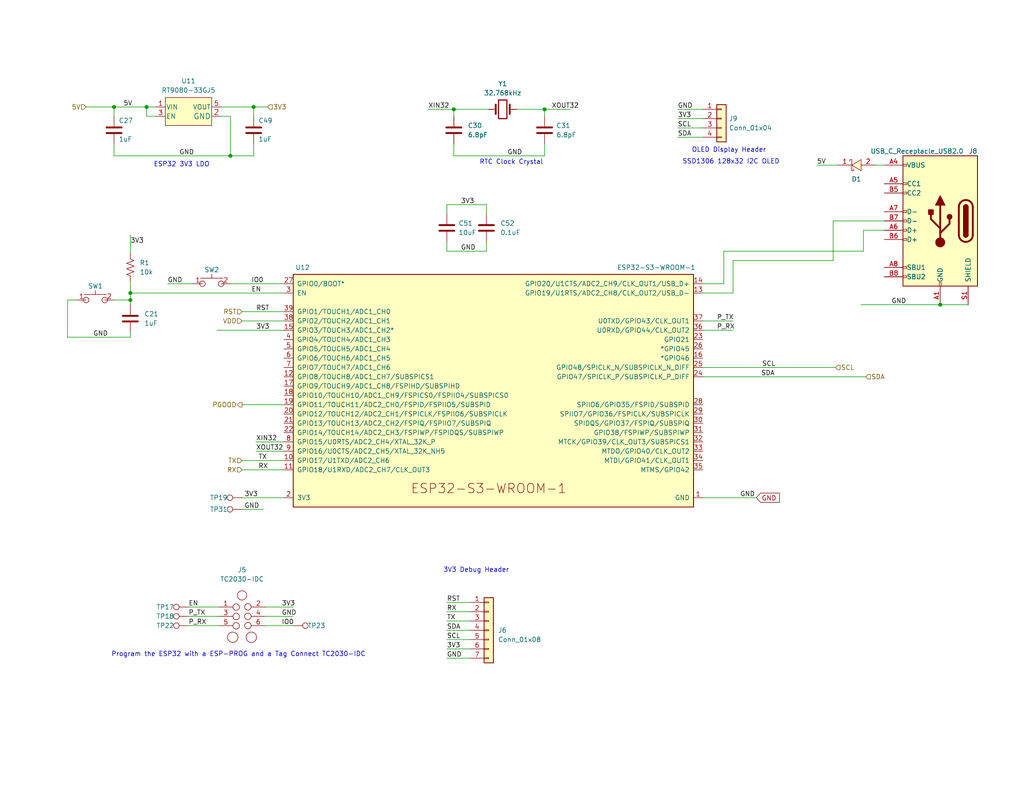
<source format=kicad_sch>
(kicad_sch (version 20230121) (generator eeschema)
  (paper "A")
  (title_block (title "le bitaxeUltra") (date "2023-07-10") (rev "0"))
  (lib_symbols
    (symbol "Connector:TestPoint" (pin_numbers hide) (pin_names (offset 0.762) hide)
      (property "Reference" "TP" (at 0 6.858 0))
      (property "Value" "TestPoint" (at 0 5.08 0))
      (symbol "TestPoint_0_1"
        (circle (center 0 3.302) (radius 0.762))
      )
      (symbol "TestPoint_1_1"
        (pin passive line (at 0 0 90) (length 2.54) (name "1") (number "1"))
      )
    )
    (symbol "Connector:USB_C_Receptacle_USB2.0" (pin_names (offset 1.016))
      (property "Reference" "J" (at -10.16 19.05 0))
      (property "Value" "USB_C_Receptacle_USB2.0" (at 19.05 19.05 0))
      (symbol "USB_C_Receptacle_USB2.0_0_0"
        (rectangle (start -0.254 -17.78) (end 0.254 -16.764))
        (rectangle (start 10.16 -14.986) (end 9.144 -15.494))
        (rectangle (start 10.16 -12.446) (end 9.144 -12.954))
        (rectangle (start 10.16 -4.826) (end 9.144 -5.334))
        (rectangle (start 10.16 -2.286) (end 9.144 -2.794))
        (rectangle (start 10.16 0.254) (end 9.144 -0.254))
        (rectangle (start 10.16 2.794) (end 9.144 2.286))
        (rectangle (start 10.16 7.874) (end 9.144 7.366))
        (rectangle (start 10.16 10.414) (end 9.144 9.906))
        (rectangle (start 10.16 15.494) (end 9.144 14.986))
      )
      (symbol "USB_C_Receptacle_USB2.0_0_1"
        (rectangle (start -10.16 17.78) (end 10.16 -17.78) (stroke (width 0.254)) (fill (type background)))
        (arc (start -8.89 -3.81) (mid -6.985 -5.7067) (end -5.08 -3.81) (stroke (width 0.508)))
        (arc (start -7.62 -3.81) (mid -6.985 -4.4423) (end -6.35 -3.81) (stroke (width 0.254)))
        (arc (start -7.62 -3.81) (mid -6.985 -4.4423) (end -6.35 -3.81) (stroke (width 0.254)) (fill (type outline)))
        (rectangle (start -7.62 -3.81) (end -6.35 3.81) (stroke (width 0.254)) (fill (type outline)))
        (arc (start -6.35 3.81) (mid -6.985 4.4423) (end -7.62 3.81) (stroke (width 0.254)))
        (arc (start -6.35 3.81) (mid -6.985 4.4423) (end -7.62 3.81) (stroke (width 0.254)) (fill (type outline)))
        (arc (start -5.08 3.81) (mid -6.985 5.7067) (end -8.89 3.81) (stroke (width 0.508)))
        (circle (center -2.54 1.143) (radius 0.635) (stroke (width 0.254)) (fill (type outline)))
        (circle (center 0 -5.842) (radius 1.27) (fill (type outline)))
        (polyline (pts (xy -8.89 -3.81) (xy -8.89 3.81)) (stroke (width 0.508)))
        (polyline (pts (xy -5.08 3.81) (xy -5.08 -3.81)) (stroke (width 0.508)))
        (polyline (pts (xy 0 -5.842) (xy 0 4.318)) (stroke (width 0.508)))
        (polyline (pts (xy 0 -3.302) (xy -2.54 -0.762) (xy -2.54 0.508)) (stroke (width 0.508)))
        (polyline (pts (xy 0 -2.032) (xy 2.54 0.508) (xy 2.54 1.778)) (stroke (width 0.508)))
        (polyline (pts (xy -1.27 4.318) (xy 0 6.858) (xy 1.27 4.318) (xy -1.27 4.318)) (stroke (width 0.254)) (fill (type outline)))
        (rectangle (start 1.905 1.778) (end 3.175 3.048) (stroke (width 0.254)) (fill (type outline)))
      )
      (symbol "USB_C_Receptacle_USB2.0_1_1"
        (pin passive line (at 0 -22.86 90) (length 5.08) (name "GND") (number "A1"))
        (pin passive line (at 0 -22.86 90) (length 5.08) hide (name "GND") (number "A12"))
        (pin passive line (at 15.24 15.24 180) (length 5.08) (name "VBUS") (number "A4"))
        (pin bidirectional line (at 15.24 10.16 180) (length 5.08) (name "CC1") (number "A5"))
        (pin bidirectional line (at 15.24 -2.54 180) (length 5.08) (name "D+") (number "A6"))
        (pin bidirectional line (at 15.24 2.54 180) (length 5.08) (name "D-") (number "A7"))
        (pin bidirectional line (at 15.24 -12.7 180) (length 5.08) (name "SBU1") (number "A8"))
        (pin passive line (at 15.24 15.24 180) (length 5.08) hide (name "VBUS") (number "A9"))
        (pin passive line (at 0 -22.86 90) (length 5.08) hide (name "GND") (number "B1"))
        (pin passive line (at 0 -22.86 90) (length 5.08) hide (name "GND") (number "B12"))
        (pin passive line (at 15.24 15.24 180) (length 5.08) hide (name "VBUS") (number "B4"))
        (pin bidirectional line (at 15.24 7.62 180) (length 5.08) (name "CC2") (number "B5"))
        (pin bidirectional line (at 15.24 -5.08 180) (length 5.08) (name "D+") (number "B6"))
        (pin bidirectional line (at 15.24 0 180) (length 5.08) (name "D-") (number "B7"))
        (pin bidirectional line (at 15.24 -15.24 180) (length 5.08) (name "SBU2") (number "B8"))
        (pin passive line (at 15.24 15.24 180) (length 5.08) hide (name "VBUS") (number "B9"))
        (pin passive line (at -7.62 -22.86 90) (length 5.08) (name "SHIELD") (number "S1"))
      )
    )
    (symbol "Connector_Generic:Conn_01x04" (pin_names (offset 1.016) hide)
      (property "Reference" "J" (at 0 5.08 0))
      (property "Value" "Conn_01x04" (at 0 -7.62 0))
      (symbol "Conn_01x04_1_1"
        (rectangle (start -1.27 -4.953) (end 0 -5.207) (stroke (width 0.1524)))
        (rectangle (start -1.27 -2.413) (end 0 -2.667) (stroke (width 0.1524)))
        (rectangle (start -1.27 0.127) (end 0 -0.127) (stroke (width 0.1524)))
        (rectangle (start -1.27 2.667) (end 0 2.413) (stroke (width 0.1524)))
        (rectangle (start -1.27 3.81) (end 1.27 -6.35) (stroke (width 0.254)) (fill (type background)))
        (pin passive line (at -5.08 2.54 0) (length 3.81) (name "Pin_1") (number "1"))
        (pin passive line (at -5.08 0 0) (length 3.81) (name "Pin_2") (number "2"))
        (pin passive line (at -5.08 -2.54 0) (length 3.81) (name "Pin_3") (number "3"))
        (pin passive line (at -5.08 -5.08 0) (length 3.81) (name "Pin_4") (number "4"))
      )
    )
    (symbol "Connector_Generic:Conn_01x07" (pin_names (offset 1.016) hide)
      (property "Reference" "J" (at 0 10.16 0))
      (property "Value" "Conn_01x07" (at 0 -10.16 0))
      (symbol "Conn_01x07_1_1"
        (rectangle (start -1.27 -7.493) (end 0 -7.747) (stroke (width 0.1524)))
        (rectangle (start -1.27 -4.953) (end 0 -5.207) (stroke (width 0.1524)))
        (rectangle (start -1.27 -2.413) (end 0 -2.667) (stroke (width 0.1524)))
        (rectangle (start -1.27 0.127) (end 0 -0.127) (stroke (width 0.1524)))
        (rectangle (start -1.27 2.667) (end 0 2.413) (stroke (width 0.1524)))
        (rectangle (start -1.27 5.207) (end 0 4.953) (stroke (width 0.1524)))
        (rectangle (start -1.27 7.747) (end 0 7.493) (stroke (width 0.1524)))
        (rectangle (start -1.27 8.89) (end 1.27 -8.89) (stroke (width 0.254)) (fill (type background)))
        (pin passive line (at -5.08 7.62 0) (length 3.81) (name "Pin_1") (number "1"))
        (pin passive line (at -5.08 5.08 0) (length 3.81) (name "Pin_2") (number "2"))
        (pin passive line (at -5.08 2.54 0) (length 3.81) (name "Pin_3") (number "3"))
        (pin passive line (at -5.08 0 0) (length 3.81) (name "Pin_4") (number "4"))
        (pin passive line (at -5.08 -2.54 0) (length 3.81) (name "Pin_5") (number "5"))
        (pin passive line (at -5.08 -5.08 0) (length 3.81) (name "Pin_6") (number "6"))
        (pin passive line (at -5.08 -7.62 0) (length 3.81) (name "Pin_7") (number "7"))
      )
    )
    (symbol "Device:C" (pin_numbers hide) (pin_names (offset 0.254))
      (property "Reference" "C" (at 0.635 2.54 0))
      (property "Value" "C" (at 0.635 -2.54 0))
      (symbol "C_0_1"
        (polyline (pts (xy -2.032 -0.762) (xy 2.032 -0.762)) (stroke (width 0.508)))
        (polyline (pts (xy -2.032 0.762) (xy 2.032 0.762)) (stroke (width 0.508)))
      )
      (symbol "C_1_1"
        (pin passive line (at 0 3.81 270) (length 2.794) (name "~") (number "1"))
        (pin passive line (at 0 -3.81 90) (length 2.794) (name "~") (number "2"))
      )
    )
    (symbol "Device:Crystal" (pin_numbers hide) (pin_names (offset 1.016) hide)
      (property "Reference" "Y" (at 0 3.81 0))
      (property "Value" "Crystal" (at 0 -3.81 0))
      (symbol "Crystal_0_1"
        (rectangle (start -1.143 2.54) (end 1.143 -2.54) (stroke (width 0.3048)))
        (polyline (pts (xy -2.54 0) (xy -1.905 0)))
        (polyline (pts (xy -1.905 -1.27) (xy -1.905 1.27)) (stroke (width 0.508)))
        (polyline (pts (xy 1.905 -1.27) (xy 1.905 1.27)) (stroke (width 0.508)))
        (polyline (pts (xy 2.54 0) (xy 1.905 0)))
      )
      (symbol "Crystal_1_1"
        (pin passive line (at -3.81 0 0) (length 1.27) (name "1") (number "1"))
        (pin passive line (at 3.81 0 180) (length 1.27) (name "2") (number "2"))
      )
    )
    (symbol "Device:R_US" (pin_numbers hide) (pin_names (offset 0))
      (property "Reference" "R" (at 2.54 0 90))
      (property "Value" "R_US" (at -2.54 0 90))
      (symbol "R_US_0_1"
        (polyline (pts (xy 0 -2.286) (xy 0 -2.54)))
        (polyline (pts (xy 0 2.286) (xy 0 2.54)))
        (polyline (pts (xy 0 -0.762) (xy 1.016 -1.143) (xy 0 -1.524) (xy -1.016 -1.905) (xy 0 -2.286)))
        (polyline (pts (xy 0 0.762) (xy 1.016 0.381) (xy 0 0) (xy -1.016 -0.381) (xy 0 -0.762)))
        (polyline (pts (xy 0 2.286) (xy 1.016 1.905) (xy 0 1.524) (xy -1.016 1.143) (xy 0 0.762)))
      )
      (symbol "R_US_1_1"
        (pin passive line (at 0 3.81 270) (length 1.27) (name "~") (number "1"))
        (pin passive line (at 0 -3.81 90) (length 1.27) (name "~") (number "2"))
      )
    )
    (symbol "Espressif:ESP32-S3-WROOM-1" (pin_names (offset 1.016))
      (property "Reference" "U" (at -53.34 38.1 0))
      (property "Value" "ESP32-S3-WROOM-1" (at -53.34 35.56 0))
      (symbol "ESP32-S3-WROOM-1_0_0"
        (rectangle (start -53.34 33.02) (end 55.88 -30.48) (stroke (width 0.254)) (fill (type background)))
        (text "ESP32-S3-WROOM-1" (at 0 -25.4 0) (effects (font (size 2.54 2.54))))
        (pin power_in line (at 58.42 -27.94 180) (length 2.54) (name "GND") (number "1"))
        (pin bidirectional line (at -55.88 -17.78 0) (length 2.54) (name "GPIO17/U1TXD/ADC2_CH6") (number "10"))
        (pin bidirectional line (at -55.88 -20.32 0) (length 2.54) (name "GPIO18/U1RXD/ADC2_CH7/CLK_OUT3") (number "11"))
        (pin bidirectional line (at -55.88 5.08 0) (length 2.54) (name "GPIO8/TOUCH8/ADC1_CH7/SUBSPICS1") (number "12"))
        (pin bidirectional line (at 58.42 27.94 180) (length 2.54) (name "GPIO19/U1RTS/ADC2_CH8/CLK_OUT2/USB_D-") (number "13"))
        (pin bidirectional line (at 58.42 30.48 180) (length 2.54) (name "GPIO20/U1CTS/ADC2_CH9/CLK_OUT1/USB_D+") (number "14"))
        (pin bidirectional line (at -55.88 17.78 0) (length 2.54) (name "GPIO3/TOUCH3/ADC1_CH2*") (number "15"))
        (pin bidirectional line (at 58.42 10.16 180) (length 2.54) (name "*GPIO46") (number "16"))
        (pin bidirectional line (at -55.88 2.54 0) (length 2.54) (name "GPIO9/TOUCH9/ADC1_CH8/FSPIHD/SUBSPIHD") (number "17"))
        (pin bidirectional line (at -55.88 0 0) (length 2.54) (name "GPIO10/TOUCH10/ADC1_CH9/FSPICS0/FSPIIO4/SUBSPICS0") (number "18"))
        (pin bidirectional line (at -55.88 -2.54 0) (length 2.54) (name "GPIO11/TOUCH11/ADC2_CH0/FSPID/FSPIIO5/SUBSPID") (number "19"))
        (pin power_in line (at -55.88 -27.94 0) (length 2.54) (name "3V3") (number "2"))
        (pin bidirectional line (at -55.88 -5.08 0) (length 2.54) (name "GPIO12/TOUCH12/ADC2_CH1/FSPICLK/FSPIIO6/SUBSPICLK") (number "20"))
        (pin bidirectional line (at -55.88 -7.62 0) (length 2.54) (name "GPIO13/TOUCH13/ADC2_CH2/FSPIQ/FSPIIO7/SUBSPIQ") (number "21"))
        (pin bidirectional line (at -55.88 -10.16 0) (length 2.54) (name "GPIO14/TOUCH14/ADC2_CH3/FSPIWP/FSPIDQS/SUBSPIWP") (number "22"))
        (pin bidirectional line (at 58.42 15.24 180) (length 2.54) (name "GPIO21") (number "23"))
        (pin bidirectional line (at 58.42 5.08 180) (length 2.54) (name "GPIO47/SPICLK_P/SUBSPICLK_P_DIFF") (number "24"))
        (pin bidirectional line (at 58.42 7.62 180) (length 2.54) (name "GPIO48/SPICLK_N/SUBSPICLK_N_DIFF") (number "25"))
        (pin bidirectional line (at 58.42 12.7 180) (length 2.54) (name "*GPIO45") (number "26"))
        (pin bidirectional line (at -55.88 30.48 0) (length 2.54) (name "GPIO0/BOOT*") (number "27"))
        (pin bidirectional line (at 58.42 -2.54 180) (length 2.54) (name "SPIIO6/GPIO35/FSPID/SUBSPID") (number "28"))
        (pin bidirectional line (at 58.42 -5.08 180) (length 2.54) (name "SPIIO7/GPIO36/FSPICLK/SUBSPICLK") (number "29"))
        (pin input line (at -55.88 27.94 0) (length 2.54) (name "EN") (number "3"))
        (pin bidirectional line (at 58.42 -7.62 180) (length 2.54) (name "SPIDQS/GPIO37/FSPIQ/SUBSPIQ") (number "30"))
        (pin bidirectional line (at 58.42 -10.16 180) (length 2.54) (name "GPIO38/FSPIWP/SUBSPIWP") (number "31"))
        (pin bidirectional line (at 58.42 -12.7 180) (length 2.54) (name "MTCK/GPIO39/CLK_OUT3/SUBSPICS1") (number "32"))
        (pin bidirectional line (at 58.42 -15.24 180) (length 2.54) (name "MTDO/GPIO40/CLK_OUT2") (number "33"))
        (pin bidirectional line (at 58.42 -17.78 180) (length 2.54) (name "MTDI/GPIO41/CLK_OUT1") (number "34"))
        (pin bidirectional line (at 58.42 -20.32 180) (length 2.54) (name "MTMS/GPIO42") (number "35"))
        (pin bidirectional line (at 58.42 17.78 180) (length 2.54) (name "U0RXD/GPIO44/CLK_OUT2") (number "36"))
        (pin bidirectional line (at 58.42 20.32 180) (length 2.54) (name "U0TXD/GPIO43/CLK_OUT1") (number "37"))
        (pin bidirectional line (at -55.88 20.32 0) (length 2.54) (name "GPIO2/TOUCH2/ADC1_CH1") (number "38"))
        (pin bidirectional line (at -55.88 22.86 0) (length 2.54) (name "GPIO1/TOUCH1/ADC1_CH0") (number "39"))
        (pin bidirectional line (at -55.88 15.24 0) (length 2.54) (name "GPIO4/TOUCH4/ADC1_CH3") (number "4"))
        (pin passive line (at 58.42 -27.94 180) (length 2.54) hide (name "GND") (number "40"))
        (pin passive line (at 58.42 -27.94 180) (length 2.54) hide (name "GND") (number "41"))
        (pin bidirectional line (at -55.88 12.7 0) (length 2.54) (name "GPIO5/TOUCH5/ADC1_CH4") (number "5"))
        (pin bidirectional line (at -55.88 10.16 0) (length 2.54) (name "GPIO6/TOUCH6/ADC1_CH5") (number "6"))
        (pin bidirectional line (at -55.88 7.62 0) (length 2.54) (name "GPIO7/TOUCH7/ADC1_CH6") (number "7"))
        (pin bidirectional line (at -55.88 -12.7 0) (length 2.54) (name "GPIO15/U0RTS/ADC2_CH4/XTAL_32K_P") (number "8"))
        (pin bidirectional line (at -55.88 -15.24 0) (length 2.54) (name "GPIO16/U0CTS/ADC2_CH5/XTAL_32K_NH5") (number "9"))
      )
    )
    (symbol "Espressif:TC2030-IDC-NL" (pin_names (offset 1.016) hide)
      (property "Reference" "J" (at 0 -8.89 0))
      (property "Value" "TC2030-IDC-NL" (at 0.635 -11.43 0))
      (symbol "TC2030-IDC-NL_0_1"
        (circle (center -2.54 -5.715) (radius 1.4224))
        (circle (center -1.6002 2.54) (radius 0.889))
        (circle (center 0 5.715) (radius 1.27))
      )
      (symbol "TC2030-IDC-NL_1_1"
        (circle (center -1.6002 -2.5908) (radius 0.889))
        (circle (center -1.6002 -0.0508) (radius 0.889))
        (circle (center 1.6002 -2.54) (radius 0.889))
        (circle (center 1.6002 0) (radius 0.889))
        (circle (center 1.6002 2.5908) (radius 0.889))
        (circle (center 2.54 -5.715) (radius 1.4224))
        (pin passive line (at -6.35 2.54 0) (length 3.81) (name "Pin_1") (number "1"))
        (pin passive line (at 6.35 2.54 180) (length 3.81) (name "Pin_2") (number "2"))
        (pin passive line (at -6.35 0 0) (length 3.81) (name "Pin_3") (number "3"))
        (pin passive line (at 6.35 0 180) (length 3.81) (name "Pin_4") (number "4"))
        (pin passive line (at -6.35 -2.54 0) (length 3.81) (name "Pin_5") (number "5"))
        (pin passive line (at 6.35 -2.54 180) (length 3.81) (name "Pin_6") (number "6"))
      )
    )
    (symbol "bitaxe:RT9080-33GJ5" (pin_names (offset 0.254))
      (property "Reference" "U" (at -6.35 5.08 0))
      (property "Value" "RT9080-33GJ5" (at 0 -5.08 0))
      (symbol "RT9080-33GJ5_1_1"
        (rectangle (start -6.35 3.81) (end 6.35 -3.81) (stroke (width 0.1524)) (fill (type background)))
        (pin power_in line (at -8.89 1.27 0) (length 2.54) (name "VIN") (number "1"))
        (pin power_in line (at 8.89 -1.27 180) (length 2.54) (name "GND") (number "2"))
        (pin input line (at -8.89 -1.27 0) (length 2.54) (name "EN") (number "3"))
        (pin output line (at 8.89 1.27 180) (length 2.54) (name "VOUT") (number "5"))
      )
    )
    (symbol "lcsc:GT-TC029B-H025-L1N"
      (property "Reference" "SW" (at 0 5.08 0))
      (property "Value" "GT-TC029B-H025-L1N" (at 0 -5.08 0))
      (symbol "GT-TC029B-H025-L1N_0_1"
        (circle (center -2.54 0) (radius 0.76))
        (polyline (pts (xy -3.05 1.52) (xy 3.05 1.52)))
        (polyline (pts (xy 0 1.52) (xy 0 2.54)))
        (circle (center 2.54 0) (radius 0.76))
        (pin unspecified line (at -5.08 0 0) (length 2.54) (name "~") (number "1"))
        (pin unspecified line (at 5.08 0 180) (length 2.54) (name "~") (number "2"))
      )
    )
    (symbol "lcsc:SS310_C85658"
      (property "Reference" "D" (at 0 5.08 0))
      (property "Value" "SS310_C85658" (at 0 -5.08 0))
      (symbol "SS310_C85658_0_1"
        (polyline (pts (xy -1.27 -1.52) (xy -1.27 1.52)))
        (polyline (pts (xy -1.27 -1.52) (xy -0.76 -1.52) (xy -0.76 -1.02)))
        (polyline (pts (xy -1.27 1.52) (xy -1.78 1.52) (xy -1.78 1.02)))
        (polyline (pts (xy 1.27 1.52) (xy -1.27 0) (xy 1.27 -1.52) (xy 1.27 1.52)) (fill (type background)))
        (pin unspecified line (at -5.08 0 0) (length 3.81) (name "~") (number "1"))
        (pin unspecified line (at 5.08 0 180) (length 3.81) (name "~") (number "2"))
      )
    )
  )
  (junction (at 123.825 29.845))
  (junction (at 256.54 83.185))
  (junction (at 62.865 42.545))
  (junction (at 40.005 29.21))
  (junction (at 148.59 29.845))
  (junction (at 35.56 80.01))
  (junction (at 35.56 81.915))
  (junction (at 69.215 29.21))
  (junction (at 31.115 29.21))
  (wire (pts (xy 121.92 172.085) (xy 128.27 172.085)))
  (wire (pts (xy 121.92 177.165) (xy 128.27 177.165)))
  (wire (pts (xy 121.92 55.88) (xy 121.92 58.42)))
  (wire (pts (xy 31.115 29.21) (xy 31.115 31.75)))
  (wire (pts (xy 234.95 83.185) (xy 256.54 83.185)))
  (wire (pts (xy 35.56 80.01) (xy 35.56 81.915)))
  (wire (pts (xy 197.485 77.47) (xy 197.485 68.58)))
  (wire (pts (xy 60.325 31.75) (xy 62.865 31.75)))
  (wire (pts (xy 140.97 29.845) (xy 148.59 29.845)))
  (wire (pts (xy 72.39 168.275) (xy 80.01 168.275)))
  (wire (pts (xy 69.215 39.37) (xy 69.215 42.545)))
  (wire (pts (xy 66.04 110.49) (xy 77.47 110.49)))
  (wire (pts (xy 132.715 68.58) (xy 121.92 68.58)))
  (wire (pts (xy 256.54 83.185) (xy 264.16 83.185)))
  (wire (pts (xy 62.865 31.75) (xy 62.865 42.545)))
  (wire (pts (xy 123.825 42.545) (xy 123.825 39.37)))
  (wire (pts (xy 35.56 76.835) (xy 35.56 80.01)))
  (wire (pts (xy 72.39 165.735) (xy 80.01 165.735)))
  (wire (pts (xy 69.215 29.21) (xy 69.215 31.75)))
  (wire (pts (xy 77.47 125.73) (xy 66.04 125.73)))
  (wire (pts (xy 132.715 66.04) (xy 132.715 68.58)))
  (wire (pts (xy 40.005 29.21) (xy 42.545 29.21)))
  (wire (pts (xy 18.415 81.915) (xy 18.415 92.075)))
  (wire (pts (xy 148.59 29.845) (xy 155.575 29.845)))
  (wire (pts (xy 69.85 120.65) (xy 77.47 120.65)))
  (wire (pts (xy 77.47 85.09) (xy 66.04 85.09)))
  (wire (pts (xy 45.72 77.47) (xy 52.705 77.47)))
  (wire (pts (xy 116.84 29.845) (xy 123.825 29.845)))
  (wire (pts (xy 31.115 81.915) (xy 35.56 81.915)))
  (wire (pts (xy 123.825 42.545) (xy 148.59 42.545)))
  (wire (pts (xy 123.825 29.845) (xy 123.825 31.75)))
  (wire (pts (xy 23.495 29.21) (xy 31.115 29.21)))
  (wire (pts (xy 18.415 92.075) (xy 35.56 92.075)))
  (wire (pts (xy 72.39 170.815) (xy 80.01 170.815)))
  (wire (pts (xy 121.92 174.625) (xy 128.27 174.625)))
  (wire (pts (xy 69.85 123.19) (xy 77.47 123.19)))
  (wire (pts (xy 184.912 29.845) (xy 191.77 29.845)))
  (wire (pts (xy 35.56 81.915) (xy 35.56 83.185)))
  (wire (pts (xy 191.77 90.17) (xy 200.025 90.17)))
  (wire (pts (xy 35.56 80.01) (xy 77.47 80.01)))
  (wire (pts (xy 77.47 128.27) (xy 66.04 128.27)))
  (wire (pts (xy 123.825 29.845) (xy 133.35 29.845)))
  (wire (pts (xy 51.435 170.815) (xy 59.69 170.815)))
  (wire (pts (xy 191.77 102.87) (xy 236.22 102.87)))
  (wire (pts (xy 66.04 139.065) (xy 71.755 139.065)))
  (wire (pts (xy 69.215 29.21) (xy 73.025 29.21)))
  (wire (pts (xy 31.115 29.21) (xy 40.005 29.21)))
  (wire (pts (xy 121.92 167.005) (xy 128.27 167.005)))
  (wire (pts (xy 121.92 169.545) (xy 128.27 169.545)))
  (wire (pts (xy 184.912 34.925) (xy 191.77 34.925)))
  (wire (pts (xy 191.77 135.89) (xy 206.375 135.89)))
  (wire (pts (xy 51.435 168.275) (xy 59.69 168.275)))
  (wire (pts (xy 31.115 42.545) (xy 31.115 39.37)))
  (wire (pts (xy 66.04 87.63) (xy 77.47 87.63)))
  (wire (pts (xy 35.56 90.805) (xy 35.56 92.075)))
  (wire (pts (xy 121.92 68.58) (xy 121.92 66.04)))
  (wire (pts (xy 59.182 90.17) (xy 77.47 90.17)))
  (wire (pts (xy 62.865 77.47) (xy 77.47 77.47)))
  (wire (pts (xy 42.545 31.75) (xy 40.005 31.75)))
  (wire (pts (xy 148.59 29.845) (xy 148.59 31.75)))
  (wire (pts (xy 51.435 165.735) (xy 59.69 165.735)))
  (wire (pts (xy 191.77 77.47) (xy 197.485 77.47)))
  (wire (pts (xy 191.77 100.33) (xy 227.965 100.33)))
  (wire (pts (xy 200.025 80.01) (xy 200.025 71.12)))
  (wire (pts (xy 227.33 60.325) (xy 241.3 60.325)))
  (wire (pts (xy 20.955 81.915) (xy 18.415 81.915)))
  (wire (pts (xy 235.585 68.58) (xy 235.585 62.865)))
  (wire (pts (xy 191.77 87.63) (xy 200.025 87.63)))
  (wire (pts (xy 40.005 31.75) (xy 40.005 29.21)))
  (wire (pts (xy 200.025 71.12) (xy 227.33 71.12)))
  (wire (pts (xy 121.92 179.705) (xy 128.27 179.705)))
  (wire (pts (xy 148.59 39.37) (xy 148.59 42.545)))
  (wire (pts (xy 132.715 55.88) (xy 121.92 55.88)))
  (wire (pts (xy 238.76 45.085) (xy 241.3 45.085)))
  (wire (pts (xy 197.485 68.58) (xy 235.585 68.58)))
  (wire (pts (xy 121.92 164.465) (xy 128.27 164.465)))
  (wire (pts (xy 235.585 62.865) (xy 241.3 62.865)))
  (wire (pts (xy 191.77 80.01) (xy 200.025 80.01)))
  (wire (pts (xy 66.04 135.89) (xy 77.47 135.89)))
  (wire (pts (xy 184.912 37.465) (xy 191.77 37.465)))
  (wire (pts (xy 132.715 58.42) (xy 132.715 55.88)))
  (wire (pts (xy 184.912 32.385) (xy 191.77 32.385)))
  (wire (pts (xy 69.215 42.545) (xy 62.865 42.545)))
  (wire (pts (xy 35.56 64.135) (xy 35.56 69.215)))
  (wire (pts (xy 60.325 29.21) (xy 69.215 29.21)))
  (wire (pts (xy 227.33 71.12) (xy 227.33 60.325)))
  (wire (pts (xy 222.885 45.085) (xy 228.6 45.085)))
  (wire (pts (xy 62.865 42.545) (xy 31.115 42.545)))
  (text "RTC Clock Crystal" (at 130.81 45.085 0) (effects (font (size 1.27 1.27)) (justify left bottom)))
  (text "ESP32 3V3 LDO" (at 41.91 45.72 0) (effects (font (size 1.27 1.27)) (justify left bottom)))
  (text "Program the ESP32 with a ESP-PROG and a Tag Connect TC2030-IDC" (at 30.353 179.451 0) (effects (font (size 1.27 1.27)) (justify left bottom)))
  (text "3V3 Debug Header" (at 120.904 156.464 0) (effects (font (size 1.27 1.27)) (justify left bottom)))
  (text "SSD1306 128x32 I2C OLED" (at 186.182 44.958 0) (effects (font (size 1.27 1.27)) (justify left bottom)))
  (text "OLED Display Header" (at 188.722 41.783 0) (effects (font (size 1.27 1.27)) (justify left bottom)))
  (label "P_RX" (at 51.435 170.815 0))
  (label "RX" (at 121.92 167.005 0))
  (label "RST" (at 121.92 164.465 0))
  (label "RST" (at 69.85 85.09 0))
  (label "SDA" (at 121.92 172.085 0))
  (label "5V" (at 222.885 45.085 0))
  (label "P_TX" (at 51.435 168.275 0))
  (label "EN" (at 51.435 165.735 0))
  (label "GND" (at 184.912 29.845 0))
  (label "GND" (at 243.205 83.185 0))
  (label "XOUT32" (at 150.495 29.845 0))
  (label "EN" (at 68.58 80.01 0))
  (label "P_RX" (at 195.58 90.17 0))
  (label "IO0" (at 68.58 77.47 0))
  (label "GND" (at 125.73 68.58 0))
  (label "3V3" (at 66.675 135.89 0))
  (label "SDA" (at 207.645 102.87 0))
  (label "GND" (at 66.675 139.065 0))
  (label "XIN32" (at 69.85 120.65 0))
  (label "TX" (at 70.485 125.73 0))
  (label "GND" (at 138.43 42.545 0))
  (label "3V3" (at 76.835 165.735 0))
  (label "3V3" (at 69.85 90.17 0))
  (label "IO0" (at 76.835 170.815 0))
  (label "SCL" (at 121.92 174.625 0))
  (label "SCL" (at 207.899 100.33 0))
  (label "XOUT32" (at 69.85 123.19 0))
  (label "SCL" (at 184.912 34.925 0))
  (label "XIN32" (at 116.84 29.845 0))
  (label "GND" (at 201.93 135.89 0))
  (label "GND" (at 45.72 77.47 0))
  (label "SDA" (at 184.912 37.465 0))
  (label "TX" (at 121.92 169.545 0))
  (label "3V3" (at 125.73 55.88 0))
  (label "3V3" (at 121.92 177.165 0))
  (label "P_TX" (at 195.58 87.63 0))
  (label "GND" (at 121.92 179.705 0))
  (label "3V3" (at 184.912 32.385 0))
  (label "GND" (at 25.4 92.075 0))
  (label "5V" (at 33.655 29.21 0))
  (label "GND" (at 76.835 168.275 0))
  (label "GND" (at 48.895 42.545 0))
  (label "3V3" (at 35.56 66.675 0))
  (label "RX" (at 70.485 128.27 0))
  (global_label "GND" (shape input) (at 206.375 135.89 0) (property "Intersheetrefs" "${INTERSHEET_REFS}" (effects hide)))
  (hierarchical_label "TX" (shape input) (at 66.04 125.73 180))
  (hierarchical_label "RX" (shape input) (at 66.04 128.27 180))
  (hierarchical_label "3V3" (shape input) (at 73.025 29.21 0))
  (hierarchical_label "SCL" (shape input) (at 227.965 100.33 0))
  (hierarchical_label "RST" (shape input) (at 66.04 85.09 180))
  (hierarchical_label "SDA" (shape input) (at 236.22 102.87 0))
  (hierarchical_label "PGOOD" (shape output) (at 66.04 110.49 180))
  (hierarchical_label "5V" (shape input) (at 23.495 29.21 180))
  (hierarchical_label "VDD" (shape input) (at 66.04 87.63 180))
  (symbol (lib_id "Device:C") (at 35.56 86.995 0) (unit 1)
    (property "Reference" "C21" (at 39.37 85.7249 0) (effects (justify left)))
    (property "Value" "1uF" (at 39.37 88.2649 0) (effects (justify left)))
    (property "Footprint" "Capacitor_SMD:C_0402_1005Metric" (effects hide))
    (property "DK" "587-5514-1-ND" (effects hide))
    (property "PARTNO" "EMK105BJ105MV-F" (effects hide))
  )
  (symbol (lib_id "Device:C") (at 123.825 35.56 0) (unit 1)
    (property "Reference" "C30" (at 127.635 34.2899 0) (effects (justify left)))
    (property "Value" "6.8pF" (at 127.635 36.8299 0) (effects (justify left)))
    (property "Footprint" "Capacitor_SMD:C_0402_1005Metric" (effects hide))
    (property "DK" "399-C0402C689C5GAC7867CT-ND" (effects hide))
    (property "PARTNO" "C0402C689C5GAC7867" (effects hide))
  )
  (symbol (lib_id "Device:C") (at 132.715 62.23 0) (unit 1)
    (property "Reference" "C52" (at 136.525 60.9599 0) (effects (justify left)))
    (property "Value" "0.1uF" (at 136.525 63.4999 0) (effects (justify left)))
    (property "Footprint" "Capacitor_SMD:C_0402_1005Metric" (effects hide))
    (property "DK" "1292-1639-1-ND" (effects hide))
    (property "PARTNO" "0402X104K100CT" (effects hide))
  )
  (symbol (lib_id "Connector_Generic:Conn_01x04") (at 196.85 32.385 0) (unit 1) (in_bom no)
    (property "Reference" "J9" (at 198.882 32.3849 0) (effects (justify left)))
    (property "Value" "Conn_01x04" (at 198.882 34.9249 0) (effects (justify left)))
    (property "Footprint" "Connector_PinHeader_2.54mm:PinHeader_1x04_P2.54mm_Vertical" (effects hide))
  )
  (symbol (lib_id "lcsc:GT-TC029B-H025-L1N") (at 57.785 77.47 0) (unit 1)
    (property "Reference" "SW2" (at 57.785 73.66 0))
    (property "Value" "GT-TC029B-H025-L1N" (effects hide))
    (property "Footprint" "bitaxe:SW_CS1213AGF260_CRS" (effects hide))
    (property "Datasheet" "https://www.citrelay.com/Catalog%20Pages/SwitchCatalog/CS1213.pdf" (effects hide))
    (property "DK" "2449-CS1213AGF260CT-ND" (effects hide))
    (property "PARTNO" "CS1213AGF260" (effects hide))
  )
  (symbol (lib_id "Device:C") (at 148.59 35.56 0) (unit 1)
    (property "Reference" "C31" (at 151.765 34.2899 0) (effects (justify left)))
    (property "Value" "6.8pF" (at 151.765 36.8299 0) (effects (justify left)))
    (property "Footprint" "Capacitor_SMD:C_0402_1005Metric" (effects hide))
    (property "DK" "399-C0402C689C5GAC7867CT-ND" (effects hide))
    (property "PARTNO" "C0402C689C5GAC7867" (effects hide))
  )
  (symbol (lib_id "bitaxe:RT9080-33GJ5") (at 51.435 30.48 0) (unit 1)
    (property "Reference" "U11" (at 51.435 22.098 0))
    (property "Value" "RT9080-33GJ5" (at 51.435 24.638 0))
    (property "Footprint" "bitaxe:RT9080-33GJ5" (effects hide))
    (property "Datasheet" "https://www.richtek.com/assets/product_file/RT9080/DS9080-05.pdf" (effects hide))
    (property "DK" "1028-1509-1-ND" (effects hide))
    (property "PARTNO" "RT9080-33GJ5" (effects hide))
  )
  (symbol (lib_id "Connector:TestPoint") (at 66.04 139.065 90) (mirror x) (unit 1) (in_bom no)
    (property "Reference" "TP31" (at 59.69 139.065 90))
    (property "Value" "TestPoint" (effects hide))
    (property "Footprint" "TestPoint:TestPoint_Pad_D1.5mm" (effects hide))
  )
  (symbol (lib_id "Connector:TestPoint") (at 51.435 168.275 90) (mirror x) (unit 1) (in_bom no)
    (property "Reference" "TP18" (at 45.085 168.275 90))
    (property "Value" "TestPoint" (effects hide))
    (property "Footprint" "TestPoint:TestPoint_Pad_D1.5mm" (effects hide))
  )
  (symbol (lib_id "Connector:TestPoint") (at 80.01 170.815 270) (mirror x) (unit 1) (in_bom no)
    (property "Reference" "TP23" (at 86.36 170.815 90))
    (property "Value" "TestPoint" (effects hide))
    (property "Footprint" "TestPoint:TestPoint_Pad_D1.5mm" (effects hide))
  )
  (symbol (lib_id "Device:R_US") (at 35.56 73.025 0) (unit 1)
    (property "Reference" "R1" (at 38.1 71.7549 0) (effects (justify left)))
    (property "Value" "10k" (at 38.1 74.2949 0) (effects (justify left)))
    (property "Footprint" "Resistor_SMD:R_0402_1005Metric" (effects hide))
    (property "DK" "311-10KJRCT-ND" (effects hide))
    (property "PARTNO" "RC0402JR-0710KL" (effects hide))
  )
  (symbol (lib_id "lcsc:SS310_C85658") (at 233.68 45.085 0) (unit 1)
    (property "Reference" "D1" (at 233.68 48.895 0))
    (property "Value" "SS310" (effects hide))
    (property "Footprint" "lcsc:SMA_L4.3-W2.6-LS5.2-RD" (effects hide))
    (property "Datasheet" "https://lcsc.com/product-detail/Schottky-Barrier-Diodes-SBD_SS310_C85658.html" (effects hide))
    (property "DK" "3191-SS310ACT-ND" (effects hide))
    (property "PARTNO" "SS310A" (effects hide))
  )
  (symbol (lib_id "Espressif:TC2030-IDC-NL") (at 66.04 168.275 0) (unit 1) (in_bom no)
    (property "Reference" "J5" (at 66.04 155.575 0))
    (property "Value" "TC2030-IDC" (at 66.04 158.115 0))
    (property "Footprint" "Connector:Tag-Connect_TC2030-IDC-NL_2x03_P1.27mm_Vertical" (effects hide))
  )
  (symbol (lib_id "Device:C") (at 69.215 35.56 0) (unit 1)
    (property "Reference" "C49" (at 70.485 33.655 0) (effects (justify left bottom)))
    (property "Value" "1uF" (at 70.485 38.735 0) (effects (justify left bottom)))
    (property "Footprint" "Capacitor_SMD:C_0402_1005Metric" (effects hide))
    (property "DK" "587-5514-1-ND" (effects hide))
    (property "PARTNO" "EMK105BJ105MV-F" (effects hide))
  )
  (symbol (lib_id "Device:C") (at 121.92 62.23 0) (unit 1)
    (property "Reference" "C51" (at 125.095 60.9599 0) (effects (justify left)))
    (property "Value" "10uF" (at 125.095 63.4999 0) (effects (justify left)))
    (property "Footprint" "Capacitor_SMD:C_0805_2012Metric" (effects hide))
    (property "DK" "1276-1096-1-ND" (effects hide))
    (property "PARTNO" "CL21A106KOQNNNE" (effects hide))
  )
  (symbol (lib_id "Device:Crystal") (at 137.16 29.845 0) (unit 1)
    (property "Reference" "Y1" (at 137.16 22.86 0))
    (property "Value" "32.768kHz" (at 137.16 25.4 0))
    (property "Footprint" "bitaxe:SC32S-7PF20PPM" (effects hide))
    (property "Datasheet" "https://www.sii.co.jp/en/quartz/files/2013/03/SC-32S_Leaflet_e20151217.pdf" (effects hide))
    (property "DK" "728-1074-1-ND" (effects hide))
    (property "PARTNO" "SC32S-7PF20PPM" (effects hide))
  )
  (symbol (lib_id "Connector:USB_C_Receptacle_USB2.0") (at 256.54 60.325 0) (mirror y) (unit 1)
    (property "Reference" "J8" (at 266.7 41.275 0) (effects (justify left)))
    (property "Value" "USB_C_Receptacle_USB2.0" (at 237.49 41.275 0) (effects (justify right)))
    (property "Footprint" "Connector_USB:USB_C_Receptacle_GCT_USB4105-xx-A_16P_TopMnt_Horizontal" (effects hide))
    (property "Datasheet" "https://www.usb.org/sites/default/files/documents/usb_type-c.zip" (effects hide))
  )
  (symbol (lib_id "Connector:TestPoint") (at 66.04 135.89 90) (mirror x) (unit 1) (in_bom no)
    (property "Reference" "TP19" (at 59.69 135.89 90))
    (property "Value" "TestPoint" (effects hide))
    (property "Footprint" "TestPoint:TestPoint_Pad_D1.5mm" (effects hide))
  )
  (symbol (lib_id "Connector:TestPoint") (at 51.435 165.735 90) (mirror x) (unit 1) (in_bom no)
    (property "Reference" "TP17" (at 45.085 165.735 90))
    (property "Value" "TestPoint" (effects hide))
    (property "Footprint" "TestPoint:TestPoint_Pad_D1.5mm" (effects hide))
  )
  (symbol (lib_id "Connector_Generic:Conn_01x07") (at 133.35 172.085 0) (unit 1)
    (property "Reference" "J6" (at 135.89 172.0849 0) (effects (justify left)))
    (property "Value" "Conn_01x08" (at 135.89 174.6249 0) (effects (justify left)))
    (property "Footprint" "Connector_PinHeader_2.54mm:PinHeader_1x07_P2.54mm_Vertical" (effects hide))
  )
  (symbol (lib_id "Connector:TestPoint") (at 51.435 170.815 90) (mirror x) (unit 1) (in_bom no)
    (property "Reference" "TP22" (at 45.085 170.815 90))
    (property "Value" "TestPoint" (effects hide))
    (property "Footprint" "TestPoint:TestPoint_Pad_D1.5mm" (effects hide))
  )
  (symbol (lib_id "Device:C") (at 31.115 35.56 0) (unit 1)
    (property "Reference" "C27" (at 32.385 33.655 0) (effects (justify left bottom)))
    (property "Value" "1uF" (at 32.385 38.735 0) (effects (justify left bottom)))
    (property "Footprint" "Capacitor_SMD:C_0402_1005Metric" (effects hide))
    (property "DK" "587-5514-1-ND" (effects hide))
    (property "PARTNO" "EMK105BJ105MV-F" (effects hide))
  )
  (symbol (lib_id "Espressif:ESP32-S3-WROOM-1") (at 133.35 107.95 0) (unit 1)
    (property "Reference" "U12" (at 82.55 73.025 0))
    (property "Value" "ESP32-S3-WROOM-1" (at 179.07 73.025 0))
    (property "Footprint" "Espressif:ESP32-S3-WROOM-1" (effects hide))
    (property "Datasheet" "https://www.espressif.com/sites/default/files/documentation/esp32-s3-wroom-1_wroom-1u_datasheet_en.pdf" (effects hide))
    (property "DK" "1965-ESP32-S3-WROOM-1-N16R8CT-ND" (effects hide))
    (property "PARTNO" "ESP32-S3-WROOM-1-N16R8" (effects hide))
  )
  (symbol (lib_id "lcsc:GT-TC029B-H025-L1N") (at 26.035 81.915 0) (unit 1)
    (property "Reference" "SW1" (at 26.035 78.105 0))
    (property "Value" "GT-TC029B-H025-L1N" (effects hide))
    (property "Footprint" "bitaxe:SW_CS1213AGF260_CRS" (effects hide))
    (property "Datasheet" "https://www.citrelay.com/Catalog%20Pages/SwitchCatalog/CS1213.pdf" (effects hide))
    (property "DK" "2449-CS1213AGF260CT-ND" (effects hide))
    (property "PARTNO" "CS1213AGF260" (effects hide))
  )
)
</source>
